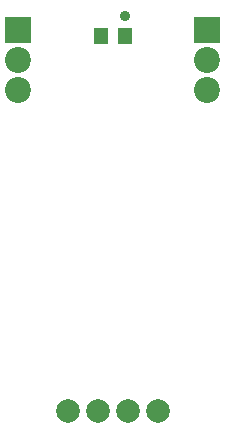
<source format=gbr>
%TF.GenerationSoftware,Altium Limited,Altium Designer,18.1.7 (191)*%
G04 Layer_Color=16711935*
%FSLAX42Y42*%
%MOMM*%
%TF.FileFunction,Soldermask,Bot*%
%TF.Part,Single*%
G01*
G75*
%TA.AperFunction,SMDPad,CuDef*%
%ADD23R,1.20X1.45*%
%TA.AperFunction,ComponentPad*%
%ADD24C,2.00*%
%ADD25C,2.20*%
%ADD26R,2.20X2.20*%
%TA.AperFunction,ViaPad*%
%ADD27C,0.90*%
D23*
X-100Y4600D02*
D03*
X100D02*
D03*
D24*
X127Y1430D02*
D03*
X-127D02*
D03*
X-381D02*
D03*
X381D02*
D03*
D25*
X-800Y4146D02*
D03*
Y4400D02*
D03*
X800Y4146D02*
D03*
Y4400D02*
D03*
D26*
X-800Y4654D02*
D03*
X800D02*
D03*
D27*
X100Y4775D02*
D03*
%TF.MD5,566b278d53e908184d1c10ec5d3215b5*%
M02*

</source>
